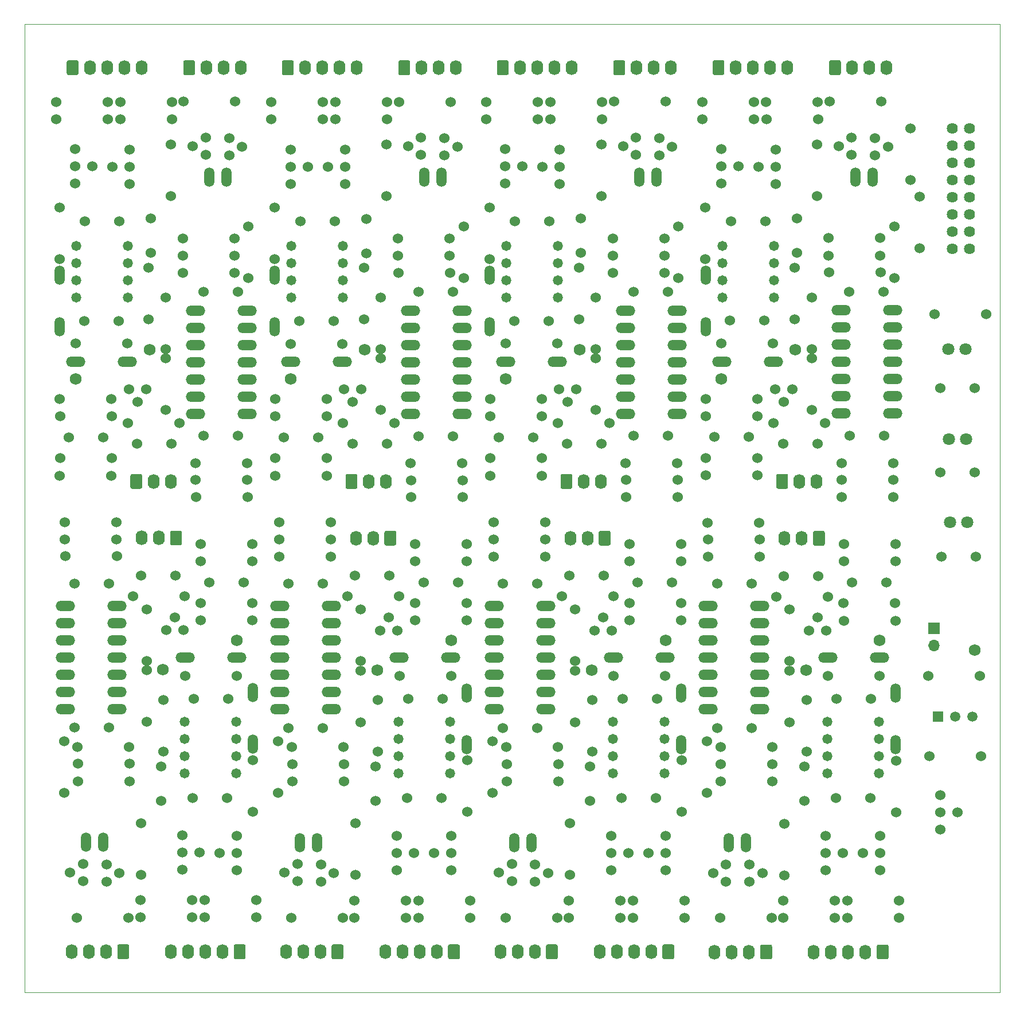
<source format=gbr>
%TF.GenerationSoftware,KiCad,Pcbnew,5.1.8-db9833491~88~ubuntu16.04.1*%
%TF.CreationDate,2021-01-16T20:59:40+01:00*%
%TF.ProjectId,vco,76636f2e-6b69-4636-9164-5f7063625858,rev?*%
%TF.SameCoordinates,Original*%
%TF.FileFunction,Soldermask,Bot*%
%TF.FilePolarity,Negative*%
%FSLAX46Y46*%
G04 Gerber Fmt 4.6, Leading zero omitted, Abs format (unit mm)*
G04 Created by KiCad (PCBNEW 5.1.8-db9833491~88~ubuntu16.04.1) date 2021-01-16 20:59:40*
%MOMM*%
%LPD*%
G01*
G04 APERTURE LIST*
%TA.AperFunction,Profile*%
%ADD10C,0.050000*%
%TD*%
%ADD11C,1.727200*%
%ADD12C,1.524000*%
%ADD13R,1.500000X1.500000*%
%ADD14C,1.500000*%
%ADD15O,1.700000X1.700000*%
%ADD16R,1.700000X1.700000*%
%ADD17O,1.740000X2.190000*%
%ADD18O,1.524000X2.844800*%
%ADD19C,1.473200*%
%ADD20O,2.844800X1.524000*%
%ADD21C,1.803400*%
%ADD22C,1.625600*%
G04 APERTURE END LIST*
D10*
X163000000Y-187000000D02*
X19000000Y-187000000D01*
X163000000Y-44000000D02*
X163000000Y-187000000D01*
X19000000Y-44000000D02*
X163000000Y-44000000D01*
X19000000Y-187000000D02*
X19000000Y-44000000D01*
D11*
%TO.C,TP*%
X159300000Y-136400000D03*
%TD*%
D12*
%TO.C,SCALE1*%
X34533300Y-65024400D03*
X31993300Y-65024400D03*
X34533300Y-62484400D03*
X34533300Y-67564400D03*
%TD*%
%TO.C,OFFSET1*%
X26493300Y-64994400D03*
X29033300Y-64994400D03*
X26493300Y-67534400D03*
X26493300Y-62454400D03*
%TD*%
%TO.C,TRIM_5V1*%
X154230000Y-160400000D03*
X156770000Y-160400000D03*
X154230000Y-162940000D03*
X154230000Y-157860000D03*
%TD*%
D13*
%TO.C,U1*%
X153900000Y-146200000D03*
D14*
X158980000Y-146200000D03*
X156440000Y-146200000D03*
%TD*%
D15*
%TO.C,5V_ALT*%
X153300000Y-135740000D03*
D16*
X153300000Y-133200000D03*
%TD*%
D12*
%TO.C,R197*%
X152590000Y-152100000D03*
X160210000Y-152100000D03*
%TD*%
%TO.C,R196*%
X160110000Y-140200000D03*
X152490000Y-140200000D03*
%TD*%
%TO.C,C16*%
X77220705Y-104796299D03*
X82300705Y-104796299D03*
%TD*%
D17*
%TO.C,PW_IN1*%
X50920000Y-50400000D03*
X48380000Y-50400000D03*
X45840000Y-50400000D03*
G36*
G01*
X42430000Y-51245001D02*
X42430000Y-49554999D01*
G75*
G02*
X42679999Y-49305000I249999J0D01*
G01*
X43920001Y-49305000D01*
G75*
G02*
X44170000Y-49554999I0J-249999D01*
G01*
X44170000Y-51245001D01*
G75*
G02*
X43920001Y-51495000I-249999J0D01*
G01*
X42679999Y-51495000D01*
G75*
G02*
X42430000Y-51245001I0J249999D01*
G01*
G37*
%TD*%
%TO.C,PW_IN8*%
X120888099Y-180997400D03*
X123428099Y-180997400D03*
X125968099Y-180997400D03*
G36*
G01*
X129378099Y-180152399D02*
X129378099Y-181842401D01*
G75*
G02*
X129128100Y-182092400I-249999J0D01*
G01*
X127888098Y-182092400D01*
G75*
G02*
X127638099Y-181842401I0J249999D01*
G01*
X127638099Y-180152399D01*
G75*
G02*
X127888098Y-179902400I249999J0D01*
G01*
X129128100Y-179902400D01*
G75*
G02*
X129378099Y-180152399I0J-249999D01*
G01*
G37*
%TD*%
%TO.C,PW_IN7*%
X89248099Y-180977400D03*
X91788099Y-180977400D03*
X94328099Y-180977400D03*
G36*
G01*
X97738099Y-180132399D02*
X97738099Y-181822401D01*
G75*
G02*
X97488100Y-182072400I-249999J0D01*
G01*
X96248098Y-182072400D01*
G75*
G02*
X95998099Y-181822401I0J249999D01*
G01*
X95998099Y-180132399D01*
G75*
G02*
X96248098Y-179882400I249999J0D01*
G01*
X97488100Y-179882400D01*
G75*
G02*
X97738099Y-180132399I0J-249999D01*
G01*
G37*
%TD*%
%TO.C,PW_IN6*%
X57588099Y-180977400D03*
X60128099Y-180977400D03*
X62668099Y-180977400D03*
G36*
G01*
X66078099Y-180132399D02*
X66078099Y-181822401D01*
G75*
G02*
X65828100Y-182072400I-249999J0D01*
G01*
X64588098Y-182072400D01*
G75*
G02*
X64338099Y-181822401I0J249999D01*
G01*
X64338099Y-180132399D01*
G75*
G02*
X64588098Y-179882400I249999J0D01*
G01*
X65828100Y-179882400D01*
G75*
G02*
X66078099Y-180132399I0J-249999D01*
G01*
G37*
%TD*%
%TO.C,PW_IN5*%
X25948099Y-180957400D03*
X28488099Y-180957400D03*
X31028099Y-180957400D03*
G36*
G01*
X34438099Y-180112399D02*
X34438099Y-181802401D01*
G75*
G02*
X34188100Y-182052400I-249999J0D01*
G01*
X32948098Y-182052400D01*
G75*
G02*
X32698099Y-181802401I0J249999D01*
G01*
X32698099Y-180112399D01*
G75*
G02*
X32948098Y-179862400I249999J0D01*
G01*
X34188100Y-179862400D01*
G75*
G02*
X34438099Y-180112399I0J-249999D01*
G01*
G37*
%TD*%
%TO.C,PW_IN3*%
X146296465Y-50387770D03*
X143756465Y-50387770D03*
X141216465Y-50387770D03*
G36*
G01*
X137806465Y-51232771D02*
X137806465Y-49542769D01*
G75*
G02*
X138056464Y-49292770I249999J0D01*
G01*
X139296466Y-49292770D01*
G75*
G02*
X139546465Y-49542769I0J-249999D01*
G01*
X139546465Y-51232771D01*
G75*
G02*
X139296466Y-51482770I-249999J0D01*
G01*
X138056464Y-51482770D01*
G75*
G02*
X137806465Y-51232771I0J249999D01*
G01*
G37*
%TD*%
%TO.C,PW_IN4*%
X114431070Y-50401077D03*
X111891070Y-50401077D03*
X109351070Y-50401077D03*
G36*
G01*
X105941070Y-51246078D02*
X105941070Y-49556076D01*
G75*
G02*
X106191069Y-49306077I249999J0D01*
G01*
X107431071Y-49306077D01*
G75*
G02*
X107681070Y-49556076I0J-249999D01*
G01*
X107681070Y-51246078D01*
G75*
G02*
X107431071Y-51496077I-249999J0D01*
G01*
X106191069Y-51496077D01*
G75*
G02*
X105941070Y-51246078I0J249999D01*
G01*
G37*
%TD*%
%TO.C,PW_IN2*%
X82697405Y-50411899D03*
X80157405Y-50411899D03*
X77617405Y-50411899D03*
G36*
G01*
X74207405Y-51256900D02*
X74207405Y-49566898D01*
G75*
G02*
X74457404Y-49316899I249999J0D01*
G01*
X75697406Y-49316899D01*
G75*
G02*
X75947405Y-49566898I0J-249999D01*
G01*
X75947405Y-51256900D01*
G75*
G02*
X75697406Y-51506899I-249999J0D01*
G01*
X74457404Y-51506899D01*
G75*
G02*
X74207405Y-51256900I0J249999D01*
G01*
G37*
%TD*%
%TO.C,CV_IN1*%
X36260000Y-50400000D03*
X33720000Y-50400000D03*
X31180000Y-50400000D03*
X28640000Y-50400000D03*
G36*
G01*
X25230000Y-51245001D02*
X25230000Y-49554999D01*
G75*
G02*
X25479999Y-49305000I249999J0D01*
G01*
X26720001Y-49305000D01*
G75*
G02*
X26970000Y-49554999I0J-249999D01*
G01*
X26970000Y-51245001D01*
G75*
G02*
X26720001Y-51495000I-249999J0D01*
G01*
X25479999Y-51495000D01*
G75*
G02*
X25230000Y-51245001I0J249999D01*
G01*
G37*
%TD*%
%TO.C,CV_IN8*%
X135548099Y-180997400D03*
X138088099Y-180997400D03*
X140628099Y-180997400D03*
X143168099Y-180997400D03*
G36*
G01*
X146578099Y-180152399D02*
X146578099Y-181842401D01*
G75*
G02*
X146328100Y-182092400I-249999J0D01*
G01*
X145088098Y-182092400D01*
G75*
G02*
X144838099Y-181842401I0J249999D01*
G01*
X144838099Y-180152399D01*
G75*
G02*
X145088098Y-179902400I249999J0D01*
G01*
X146328100Y-179902400D01*
G75*
G02*
X146578099Y-180152399I0J-249999D01*
G01*
G37*
%TD*%
%TO.C,CV_IN7*%
X103908099Y-180977400D03*
X106448099Y-180977400D03*
X108988099Y-180977400D03*
X111528099Y-180977400D03*
G36*
G01*
X114938099Y-180132399D02*
X114938099Y-181822401D01*
G75*
G02*
X114688100Y-182072400I-249999J0D01*
G01*
X113448098Y-182072400D01*
G75*
G02*
X113198099Y-181822401I0J249999D01*
G01*
X113198099Y-180132399D01*
G75*
G02*
X113448098Y-179882400I249999J0D01*
G01*
X114688100Y-179882400D01*
G75*
G02*
X114938099Y-180132399I0J-249999D01*
G01*
G37*
%TD*%
%TO.C,CV_IN6*%
X72248099Y-180977400D03*
X74788099Y-180977400D03*
X77328099Y-180977400D03*
X79868099Y-180977400D03*
G36*
G01*
X83278099Y-180132399D02*
X83278099Y-181822401D01*
G75*
G02*
X83028100Y-182072400I-249999J0D01*
G01*
X81788098Y-182072400D01*
G75*
G02*
X81538099Y-181822401I0J249999D01*
G01*
X81538099Y-180132399D01*
G75*
G02*
X81788098Y-179882400I249999J0D01*
G01*
X83028100Y-179882400D01*
G75*
G02*
X83278099Y-180132399I0J-249999D01*
G01*
G37*
%TD*%
%TO.C,CV_IN5*%
X40608099Y-180957400D03*
X43148099Y-180957400D03*
X45688099Y-180957400D03*
X48228099Y-180957400D03*
G36*
G01*
X51638099Y-180112399D02*
X51638099Y-181802401D01*
G75*
G02*
X51388100Y-182052400I-249999J0D01*
G01*
X50148098Y-182052400D01*
G75*
G02*
X49898099Y-181802401I0J249999D01*
G01*
X49898099Y-180112399D01*
G75*
G02*
X50148098Y-179862400I249999J0D01*
G01*
X51388100Y-179862400D01*
G75*
G02*
X51638099Y-180112399I0J-249999D01*
G01*
G37*
%TD*%
%TO.C,CV_IN4*%
X131636465Y-50387770D03*
X129096465Y-50387770D03*
X126556465Y-50387770D03*
X124016465Y-50387770D03*
G36*
G01*
X120606465Y-51232771D02*
X120606465Y-49542769D01*
G75*
G02*
X120856464Y-49292770I249999J0D01*
G01*
X122096466Y-49292770D01*
G75*
G02*
X122346465Y-49542769I0J-249999D01*
G01*
X122346465Y-51232771D01*
G75*
G02*
X122096466Y-51482770I-249999J0D01*
G01*
X120856464Y-51482770D01*
G75*
G02*
X120606465Y-51232771I0J249999D01*
G01*
G37*
%TD*%
%TO.C,CV_IN3*%
X99771070Y-50401077D03*
X97231070Y-50401077D03*
X94691070Y-50401077D03*
X92151070Y-50401077D03*
G36*
G01*
X88741070Y-51246078D02*
X88741070Y-49556076D01*
G75*
G02*
X88991069Y-49306077I249999J0D01*
G01*
X90231071Y-49306077D01*
G75*
G02*
X90481070Y-49556076I0J-249999D01*
G01*
X90481070Y-51246078D01*
G75*
G02*
X90231071Y-51496077I-249999J0D01*
G01*
X88991069Y-51496077D01*
G75*
G02*
X88741070Y-51246078I0J249999D01*
G01*
G37*
%TD*%
%TO.C,CV_IN2*%
X68037405Y-50411899D03*
X65497405Y-50411899D03*
X62957405Y-50411899D03*
X60417405Y-50411899D03*
G36*
G01*
X57007405Y-51256900D02*
X57007405Y-49566898D01*
G75*
G02*
X57257404Y-49316899I249999J0D01*
G01*
X58497406Y-49316899D01*
G75*
G02*
X58747405Y-49566898I0J-249999D01*
G01*
X58747405Y-51256900D01*
G75*
G02*
X58497406Y-51506899I-249999J0D01*
G01*
X57257404Y-51506899D01*
G75*
G02*
X57007405Y-51256900I0J249999D01*
G01*
G37*
%TD*%
D12*
%TO.C,C22*%
X114019970Y-83485877D03*
X108939970Y-83485877D03*
%TD*%
%TO.C,C21*%
X96384370Y-87785477D03*
X91304370Y-87785477D03*
%TD*%
D17*
%TO.C,OUT1*%
X40580000Y-111500000D03*
X38040000Y-111500000D03*
G36*
G01*
X34630000Y-112345001D02*
X34630000Y-110654999D01*
G75*
G02*
X34879999Y-110405000I249999J0D01*
G01*
X36120001Y-110405000D01*
G75*
G02*
X36370000Y-110654999I0J-249999D01*
G01*
X36370000Y-112345001D01*
G75*
G02*
X36120001Y-112595000I-249999J0D01*
G01*
X34879999Y-112595000D01*
G75*
G02*
X34630000Y-112345001I0J249999D01*
G01*
G37*
%TD*%
%TO.C,OUT8*%
X131228099Y-119897400D03*
X133768099Y-119897400D03*
G36*
G01*
X137178099Y-119052399D02*
X137178099Y-120742401D01*
G75*
G02*
X136928100Y-120992400I-249999J0D01*
G01*
X135688098Y-120992400D01*
G75*
G02*
X135438099Y-120742401I0J249999D01*
G01*
X135438099Y-119052399D01*
G75*
G02*
X135688098Y-118802400I249999J0D01*
G01*
X136928100Y-118802400D01*
G75*
G02*
X137178099Y-119052399I0J-249999D01*
G01*
G37*
%TD*%
%TO.C,OUT7*%
X99588099Y-119877400D03*
X102128099Y-119877400D03*
G36*
G01*
X105538099Y-119032399D02*
X105538099Y-120722401D01*
G75*
G02*
X105288100Y-120972400I-249999J0D01*
G01*
X104048098Y-120972400D01*
G75*
G02*
X103798099Y-120722401I0J249999D01*
G01*
X103798099Y-119032399D01*
G75*
G02*
X104048098Y-118782400I249999J0D01*
G01*
X105288100Y-118782400D01*
G75*
G02*
X105538099Y-119032399I0J-249999D01*
G01*
G37*
%TD*%
%TO.C,OUT6*%
X67928099Y-119877400D03*
X70468099Y-119877400D03*
G36*
G01*
X73878099Y-119032399D02*
X73878099Y-120722401D01*
G75*
G02*
X73628100Y-120972400I-249999J0D01*
G01*
X72388098Y-120972400D01*
G75*
G02*
X72138099Y-120722401I0J249999D01*
G01*
X72138099Y-119032399D01*
G75*
G02*
X72388098Y-118782400I249999J0D01*
G01*
X73628100Y-118782400D01*
G75*
G02*
X73878099Y-119032399I0J-249999D01*
G01*
G37*
%TD*%
%TO.C,OUT5*%
X36288099Y-119857400D03*
X38828099Y-119857400D03*
G36*
G01*
X42238099Y-119012399D02*
X42238099Y-120702401D01*
G75*
G02*
X41988100Y-120952400I-249999J0D01*
G01*
X40748098Y-120952400D01*
G75*
G02*
X40498099Y-120702401I0J249999D01*
G01*
X40498099Y-119012399D01*
G75*
G02*
X40748098Y-118762400I249999J0D01*
G01*
X41988100Y-118762400D01*
G75*
G02*
X42238099Y-119012399I0J-249999D01*
G01*
G37*
%TD*%
%TO.C,OUT4*%
X135956465Y-111487770D03*
X133416465Y-111487770D03*
G36*
G01*
X130006465Y-112332771D02*
X130006465Y-110642769D01*
G75*
G02*
X130256464Y-110392770I249999J0D01*
G01*
X131496466Y-110392770D01*
G75*
G02*
X131746465Y-110642769I0J-249999D01*
G01*
X131746465Y-112332771D01*
G75*
G02*
X131496466Y-112582770I-249999J0D01*
G01*
X130256464Y-112582770D01*
G75*
G02*
X130006465Y-112332771I0J249999D01*
G01*
G37*
%TD*%
%TO.C,OUT3*%
X104091070Y-111501077D03*
X101551070Y-111501077D03*
G36*
G01*
X98141070Y-112346078D02*
X98141070Y-110656076D01*
G75*
G02*
X98391069Y-110406077I249999J0D01*
G01*
X99631071Y-110406077D01*
G75*
G02*
X99881070Y-110656076I0J-249999D01*
G01*
X99881070Y-112346078D01*
G75*
G02*
X99631071Y-112596077I-249999J0D01*
G01*
X98391069Y-112596077D01*
G75*
G02*
X98141070Y-112346078I0J249999D01*
G01*
G37*
%TD*%
%TO.C,OUT2*%
X72357405Y-111511899D03*
X69817405Y-111511899D03*
G36*
G01*
X66407405Y-112356900D02*
X66407405Y-110666898D01*
G75*
G02*
X66657404Y-110416899I249999J0D01*
G01*
X67897406Y-110416899D01*
G75*
G02*
X68147405Y-110666898I0J-249999D01*
G01*
X68147405Y-112356900D01*
G75*
G02*
X67897406Y-112606899I-249999J0D01*
G01*
X66657404Y-112606899D01*
G75*
G02*
X66407405Y-112356900I0J249999D01*
G01*
G37*
%TD*%
D12*
%TO.C,R50*%
X55987905Y-110648699D03*
X63607905Y-110648699D03*
%TD*%
%TO.C,R36*%
X74144705Y-78153099D03*
X81764705Y-78153099D03*
%TD*%
D18*
%TO.C,R33*%
X78059505Y-66567899D03*
X80599505Y-66567899D03*
%TD*%
D12*
%TO.C,T16*%
X122585999Y-170581400D03*
X120680999Y-169311400D03*
X122585999Y-168041400D03*
%TD*%
%TO.C,T15*%
X126045999Y-168121400D03*
X127950999Y-169391400D03*
X126045999Y-170661400D03*
%TD*%
%TO.C,T14*%
X90945999Y-170561400D03*
X89040999Y-169291400D03*
X90945999Y-168021400D03*
%TD*%
%TO.C,T13*%
X94405999Y-168101400D03*
X96310999Y-169371400D03*
X94405999Y-170641400D03*
%TD*%
%TO.C,T12*%
X59285999Y-170561400D03*
X57380999Y-169291400D03*
X59285999Y-168021400D03*
%TD*%
%TO.C,T11*%
X62745999Y-168101400D03*
X64650999Y-169371400D03*
X62745999Y-170641400D03*
%TD*%
%TO.C,T10*%
X27645999Y-170541400D03*
X25740999Y-169271400D03*
X27645999Y-168001400D03*
%TD*%
%TO.C,T9*%
X31105999Y-168081400D03*
X33010999Y-169351400D03*
X31105999Y-170621400D03*
%TD*%
%TO.C,T8*%
X144598565Y-60803770D03*
X146503565Y-62073770D03*
X144598565Y-63343770D03*
%TD*%
%TO.C,T7*%
X141138565Y-63263770D03*
X139233565Y-61993770D03*
X141138565Y-60723770D03*
%TD*%
%TO.C,T6*%
X112733170Y-60817077D03*
X114638170Y-62087077D03*
X112733170Y-63357077D03*
%TD*%
%TO.C,T5*%
X109273170Y-63277077D03*
X107368170Y-62007077D03*
X109273170Y-60737077D03*
%TD*%
D11*
%TO.C,SYNC_MOD8*%
X145276799Y-135009400D03*
%TD*%
%TO.C,SYNC_MOD7*%
X113636799Y-134989400D03*
%TD*%
%TO.C,SYNC_MOD6*%
X81976799Y-134989400D03*
%TD*%
%TO.C,SYNC_MOD5*%
X50336799Y-134969400D03*
%TD*%
%TO.C,SYNC_MOD4*%
X121907765Y-96375770D03*
%TD*%
%TO.C,SYNC_MOD3*%
X90042370Y-96389077D03*
%TD*%
D12*
%TO.C,SCALE8*%
X137274799Y-166373000D03*
X139814799Y-166373000D03*
X137274799Y-168913000D03*
X137274799Y-163833000D03*
%TD*%
%TO.C,SCALE7*%
X105634799Y-166353000D03*
X108174799Y-166353000D03*
X105634799Y-168893000D03*
X105634799Y-163813000D03*
%TD*%
%TO.C,SCALE6*%
X73974799Y-166353000D03*
X76514799Y-166353000D03*
X73974799Y-168893000D03*
X73974799Y-163813000D03*
%TD*%
%TO.C,SCALE5*%
X42334799Y-166333000D03*
X44874799Y-166333000D03*
X42334799Y-168873000D03*
X42334799Y-163793000D03*
%TD*%
%TO.C,SCALE4*%
X129909765Y-65012170D03*
X127369765Y-65012170D03*
X129909765Y-62472170D03*
X129909765Y-67552170D03*
%TD*%
%TO.C,SCALE3*%
X98044370Y-65025477D03*
X95504370Y-65025477D03*
X98044370Y-62485477D03*
X98044370Y-67565477D03*
%TD*%
D11*
%TO.C,SAW_0-10V8*%
X134373679Y-139359240D03*
%TD*%
%TO.C,SAW_0-10V7*%
X102733679Y-139339240D03*
%TD*%
%TO.C,SAW_0-10V6*%
X71073679Y-139339240D03*
%TD*%
%TO.C,SAW_0-10V5*%
X39433679Y-139319240D03*
%TD*%
%TO.C,SAW_0-10V4*%
X132810885Y-92025930D03*
%TD*%
%TO.C,SAW_0-10V3*%
X100945490Y-92039237D03*
%TD*%
D12*
%TO.C,R195*%
X119891998Y-117577000D03*
X127511998Y-117577000D03*
%TD*%
%TO.C,R194*%
X147597599Y-120760600D03*
X139977599Y-120760600D03*
%TD*%
%TO.C,R193*%
X147585199Y-123325400D03*
X139965199Y-123325400D03*
%TD*%
%TO.C,R192*%
X127523598Y-120087400D03*
X119903598Y-120087400D03*
%TD*%
%TO.C,R191*%
X147571199Y-129509400D03*
X139951199Y-129509400D03*
%TD*%
%TO.C,R190*%
X139971199Y-132057000D03*
X147591199Y-132057000D03*
%TD*%
%TO.C,R189*%
X119934798Y-122607000D03*
X127554798Y-122607000D03*
%TD*%
%TO.C,R188*%
X134464799Y-151443000D03*
X134464799Y-143823000D03*
%TD*%
%TO.C,R187*%
X129971999Y-128505000D03*
X137591999Y-128505000D03*
%TD*%
%TO.C,R186*%
X145264799Y-140243000D03*
X137644799Y-140243000D03*
%TD*%
%TO.C,R185*%
X129402799Y-150723800D03*
X121782799Y-150723800D03*
%TD*%
%TO.C,R184*%
X131024399Y-173395400D03*
X138644399Y-173395400D03*
%TD*%
%TO.C,R183*%
X129303199Y-175972200D03*
X121683199Y-175972200D03*
%TD*%
%TO.C,R182*%
X147664799Y-160343000D03*
X147664799Y-152723000D03*
%TD*%
%TO.C,R181*%
X119754799Y-149912600D03*
X119754799Y-157532600D03*
%TD*%
%TO.C,R180*%
X129440799Y-153256200D03*
X121820799Y-153256200D03*
%TD*%
%TO.C,R179*%
X131164799Y-162043000D03*
X131164799Y-169663000D03*
%TD*%
%TO.C,R178*%
X121840799Y-155805400D03*
X129460799Y-155805400D03*
%TD*%
D18*
%TO.C,R177*%
X125525999Y-164841400D03*
X122985999Y-164841400D03*
%TD*%
D12*
%TO.C,R176*%
X131964799Y-139443000D03*
X131964799Y-147063000D03*
%TD*%
%TO.C,R175*%
X140508799Y-173393800D03*
X148128799Y-173393800D03*
%TD*%
%TO.C,R174*%
X131964799Y-130443000D03*
X131964799Y-138063000D03*
%TD*%
%TO.C,R173*%
X148128799Y-175944600D03*
X140508799Y-175944600D03*
%TD*%
%TO.C,R172*%
X131035199Y-175944600D03*
X138655199Y-175944600D03*
%TD*%
%TO.C,R171*%
X88251998Y-117557000D03*
X95871998Y-117557000D03*
%TD*%
%TO.C,R170*%
X115957599Y-120740600D03*
X108337599Y-120740600D03*
%TD*%
%TO.C,R169*%
X115945199Y-123305400D03*
X108325199Y-123305400D03*
%TD*%
%TO.C,R168*%
X95883598Y-120067400D03*
X88263598Y-120067400D03*
%TD*%
%TO.C,R167*%
X115931199Y-129489400D03*
X108311199Y-129489400D03*
%TD*%
%TO.C,R166*%
X108331199Y-132037000D03*
X115951199Y-132037000D03*
%TD*%
%TO.C,R165*%
X88294798Y-122587000D03*
X95914798Y-122587000D03*
%TD*%
%TO.C,R164*%
X102824799Y-151423000D03*
X102824799Y-143803000D03*
%TD*%
%TO.C,R163*%
X98331999Y-128485000D03*
X105951999Y-128485000D03*
%TD*%
%TO.C,R162*%
X113624799Y-140223000D03*
X106004799Y-140223000D03*
%TD*%
%TO.C,R161*%
X97762799Y-150703800D03*
X90142799Y-150703800D03*
%TD*%
%TO.C,R160*%
X99384399Y-173375400D03*
X107004399Y-173375400D03*
%TD*%
%TO.C,R159*%
X97663199Y-175952200D03*
X90043199Y-175952200D03*
%TD*%
%TO.C,R158*%
X116024799Y-160323000D03*
X116024799Y-152703000D03*
%TD*%
%TO.C,R157*%
X88114799Y-149892600D03*
X88114799Y-157512600D03*
%TD*%
%TO.C,R156*%
X97800799Y-153236200D03*
X90180799Y-153236200D03*
%TD*%
%TO.C,R155*%
X99524799Y-162023000D03*
X99524799Y-169643000D03*
%TD*%
%TO.C,R154*%
X90200799Y-155785400D03*
X97820799Y-155785400D03*
%TD*%
D18*
%TO.C,R153*%
X93885999Y-164821400D03*
X91345999Y-164821400D03*
%TD*%
D12*
%TO.C,R152*%
X100324799Y-139423000D03*
X100324799Y-147043000D03*
%TD*%
%TO.C,R151*%
X108868799Y-173373800D03*
X116488799Y-173373800D03*
%TD*%
%TO.C,R150*%
X100324799Y-130423000D03*
X100324799Y-138043000D03*
%TD*%
%TO.C,R149*%
X116488799Y-175924600D03*
X108868799Y-175924600D03*
%TD*%
%TO.C,R148*%
X99395199Y-175924600D03*
X107015199Y-175924600D03*
%TD*%
%TO.C,R147*%
X56591998Y-117557000D03*
X64211998Y-117557000D03*
%TD*%
%TO.C,R146*%
X84297599Y-120740600D03*
X76677599Y-120740600D03*
%TD*%
%TO.C,R145*%
X84285199Y-123305400D03*
X76665199Y-123305400D03*
%TD*%
%TO.C,R144*%
X64223598Y-120067400D03*
X56603598Y-120067400D03*
%TD*%
%TO.C,R143*%
X84271199Y-129489400D03*
X76651199Y-129489400D03*
%TD*%
%TO.C,R142*%
X76671199Y-132037000D03*
X84291199Y-132037000D03*
%TD*%
%TO.C,R141*%
X56634798Y-122587000D03*
X64254798Y-122587000D03*
%TD*%
%TO.C,R140*%
X71164799Y-151423000D03*
X71164799Y-143803000D03*
%TD*%
%TO.C,R139*%
X66671999Y-128485000D03*
X74291999Y-128485000D03*
%TD*%
%TO.C,R138*%
X81964799Y-140223000D03*
X74344799Y-140223000D03*
%TD*%
%TO.C,R137*%
X66102799Y-150703800D03*
X58482799Y-150703800D03*
%TD*%
%TO.C,R136*%
X67724399Y-173375400D03*
X75344399Y-173375400D03*
%TD*%
%TO.C,R135*%
X66003199Y-175952200D03*
X58383199Y-175952200D03*
%TD*%
%TO.C,R134*%
X84364799Y-160323000D03*
X84364799Y-152703000D03*
%TD*%
%TO.C,R133*%
X56454799Y-149892600D03*
X56454799Y-157512600D03*
%TD*%
%TO.C,R132*%
X66140799Y-153236200D03*
X58520799Y-153236200D03*
%TD*%
%TO.C,R131*%
X67864799Y-162023000D03*
X67864799Y-169643000D03*
%TD*%
%TO.C,R130*%
X58540799Y-155785400D03*
X66160799Y-155785400D03*
%TD*%
D18*
%TO.C,R129*%
X62225999Y-164821400D03*
X59685999Y-164821400D03*
%TD*%
D12*
%TO.C,R128*%
X68664799Y-139423000D03*
X68664799Y-147043000D03*
%TD*%
%TO.C,R127*%
X77208799Y-173373800D03*
X84828799Y-173373800D03*
%TD*%
%TO.C,R126*%
X68664799Y-130423000D03*
X68664799Y-138043000D03*
%TD*%
%TO.C,R125*%
X84828799Y-175924600D03*
X77208799Y-175924600D03*
%TD*%
%TO.C,R124*%
X67735199Y-175924600D03*
X75355199Y-175924600D03*
%TD*%
%TO.C,R123*%
X24951998Y-117537000D03*
X32571998Y-117537000D03*
%TD*%
%TO.C,R122*%
X52657599Y-120720600D03*
X45037599Y-120720600D03*
%TD*%
%TO.C,R121*%
X52645199Y-123285400D03*
X45025199Y-123285400D03*
%TD*%
%TO.C,R120*%
X32583598Y-120047400D03*
X24963598Y-120047400D03*
%TD*%
%TO.C,R119*%
X52631199Y-129469400D03*
X45011199Y-129469400D03*
%TD*%
%TO.C,R118*%
X45031199Y-132017000D03*
X52651199Y-132017000D03*
%TD*%
%TO.C,R117*%
X24994798Y-122567000D03*
X32614798Y-122567000D03*
%TD*%
%TO.C,R116*%
X39524799Y-151403000D03*
X39524799Y-143783000D03*
%TD*%
%TO.C,R115*%
X35031999Y-128465000D03*
X42651999Y-128465000D03*
%TD*%
%TO.C,R114*%
X50324799Y-140203000D03*
X42704799Y-140203000D03*
%TD*%
%TO.C,R113*%
X34462799Y-150683800D03*
X26842799Y-150683800D03*
%TD*%
%TO.C,R112*%
X36084399Y-173355400D03*
X43704399Y-173355400D03*
%TD*%
%TO.C,R111*%
X34363199Y-175932200D03*
X26743199Y-175932200D03*
%TD*%
%TO.C,R110*%
X52724799Y-160303000D03*
X52724799Y-152683000D03*
%TD*%
%TO.C,R109*%
X24814799Y-149872600D03*
X24814799Y-157492600D03*
%TD*%
%TO.C,R108*%
X34500799Y-153216200D03*
X26880799Y-153216200D03*
%TD*%
%TO.C,R107*%
X36224799Y-162003000D03*
X36224799Y-169623000D03*
%TD*%
%TO.C,R106*%
X26900799Y-155765400D03*
X34520799Y-155765400D03*
%TD*%
D18*
%TO.C,R105*%
X30585999Y-164801400D03*
X28045999Y-164801400D03*
%TD*%
D12*
%TO.C,R104*%
X37024799Y-139403000D03*
X37024799Y-147023000D03*
%TD*%
%TO.C,R103*%
X45568799Y-173353800D03*
X53188799Y-173353800D03*
%TD*%
%TO.C,R102*%
X37024799Y-130403000D03*
X37024799Y-138023000D03*
%TD*%
%TO.C,R101*%
X53188799Y-175904600D03*
X45568799Y-175904600D03*
%TD*%
%TO.C,R100*%
X36095199Y-175904600D03*
X43715199Y-175904600D03*
%TD*%
%TO.C,R99*%
X147292565Y-113808170D03*
X139672565Y-113808170D03*
%TD*%
%TO.C,R98*%
X119586965Y-110624570D03*
X127206965Y-110624570D03*
%TD*%
%TO.C,R97*%
X119599365Y-108059770D03*
X127219365Y-108059770D03*
%TD*%
%TO.C,R96*%
X139660965Y-111297770D03*
X147280965Y-111297770D03*
%TD*%
%TO.C,R95*%
X119613365Y-101875770D03*
X127233365Y-101875770D03*
%TD*%
%TO.C,R94*%
X127213365Y-99328170D03*
X119593365Y-99328170D03*
%TD*%
%TO.C,R93*%
X147249765Y-108778170D03*
X139629765Y-108778170D03*
%TD*%
%TO.C,R92*%
X132719765Y-79942170D03*
X132719765Y-87562170D03*
%TD*%
%TO.C,R91*%
X137212565Y-102880170D03*
X129592565Y-102880170D03*
%TD*%
%TO.C,R90*%
X121919765Y-91142170D03*
X129539765Y-91142170D03*
%TD*%
%TO.C,R89*%
X137781765Y-80661370D03*
X145401765Y-80661370D03*
%TD*%
%TO.C,R88*%
X136160165Y-57989770D03*
X128540165Y-57989770D03*
%TD*%
%TO.C,R87*%
X137881365Y-55412970D03*
X145501365Y-55412970D03*
%TD*%
%TO.C,R86*%
X119519765Y-71042170D03*
X119519765Y-78662170D03*
%TD*%
%TO.C,R85*%
X147429765Y-81472570D03*
X147429765Y-73852570D03*
%TD*%
%TO.C,R84*%
X137743765Y-78128970D03*
X145363765Y-78128970D03*
%TD*%
%TO.C,R83*%
X136019765Y-69342170D03*
X136019765Y-61722170D03*
%TD*%
%TO.C,R82*%
X145343765Y-75579770D03*
X137723765Y-75579770D03*
%TD*%
D18*
%TO.C,R81*%
X141658565Y-66543770D03*
X144198565Y-66543770D03*
%TD*%
D12*
%TO.C,R80*%
X135219765Y-91942170D03*
X135219765Y-84322170D03*
%TD*%
%TO.C,R79*%
X126675765Y-57991370D03*
X119055765Y-57991370D03*
%TD*%
%TO.C,R78*%
X135219765Y-100942170D03*
X135219765Y-93322170D03*
%TD*%
%TO.C,R77*%
X119055765Y-55440570D03*
X126675765Y-55440570D03*
%TD*%
%TO.C,R76*%
X136149365Y-55440570D03*
X128529365Y-55440570D03*
%TD*%
%TO.C,R75*%
X115427170Y-113821477D03*
X107807170Y-113821477D03*
%TD*%
%TO.C,R74*%
X87721570Y-110637877D03*
X95341570Y-110637877D03*
%TD*%
%TO.C,R73*%
X87733970Y-108073077D03*
X95353970Y-108073077D03*
%TD*%
%TO.C,R72*%
X107795570Y-111311077D03*
X115415570Y-111311077D03*
%TD*%
%TO.C,R71*%
X87747970Y-101889077D03*
X95367970Y-101889077D03*
%TD*%
%TO.C,R70*%
X95347970Y-99341477D03*
X87727970Y-99341477D03*
%TD*%
%TO.C,R69*%
X115384370Y-108791477D03*
X107764370Y-108791477D03*
%TD*%
%TO.C,R68*%
X100854370Y-79955477D03*
X100854370Y-87575477D03*
%TD*%
%TO.C,R67*%
X105347170Y-102893477D03*
X97727170Y-102893477D03*
%TD*%
%TO.C,R66*%
X90054370Y-91155477D03*
X97674370Y-91155477D03*
%TD*%
%TO.C,R65*%
X105916370Y-80674677D03*
X113536370Y-80674677D03*
%TD*%
%TO.C,R64*%
X104294770Y-58003077D03*
X96674770Y-58003077D03*
%TD*%
%TO.C,R63*%
X106015970Y-55426277D03*
X113635970Y-55426277D03*
%TD*%
%TO.C,R62*%
X87654370Y-71055477D03*
X87654370Y-78675477D03*
%TD*%
%TO.C,R61*%
X115564370Y-81485877D03*
X115564370Y-73865877D03*
%TD*%
%TO.C,R60*%
X105878370Y-78142277D03*
X113498370Y-78142277D03*
%TD*%
%TO.C,R59*%
X104154370Y-69355477D03*
X104154370Y-61735477D03*
%TD*%
%TO.C,R58*%
X113478370Y-75593077D03*
X105858370Y-75593077D03*
%TD*%
D18*
%TO.C,R57*%
X109793170Y-66557077D03*
X112333170Y-66557077D03*
%TD*%
D12*
%TO.C,R56*%
X103354370Y-91955477D03*
X103354370Y-84335477D03*
%TD*%
%TO.C,R55*%
X94810370Y-58004677D03*
X87190370Y-58004677D03*
%TD*%
%TO.C,R32*%
X71620705Y-91966299D03*
X71620705Y-84346299D03*
%TD*%
%TO.C,R31*%
X63076705Y-58015499D03*
X55456705Y-58015499D03*
%TD*%
%TO.C,R30*%
X71620705Y-100966299D03*
X71620705Y-93346299D03*
%TD*%
%TO.C,Q16*%
X137374799Y-133523000D03*
X136104799Y-131618000D03*
X134834799Y-133523000D03*
%TD*%
%TO.C,Q14*%
X105734799Y-133503000D03*
X104464799Y-131598000D03*
X103194799Y-133503000D03*
%TD*%
%TO.C,Q12*%
X74074799Y-133503000D03*
X72804799Y-131598000D03*
X71534799Y-133503000D03*
%TD*%
%TO.C,Q10*%
X42434799Y-133483000D03*
X41164799Y-131578000D03*
X39894799Y-133483000D03*
%TD*%
%TO.C,Q8*%
X129809765Y-97862170D03*
X131079765Y-99767170D03*
X132349765Y-97862170D03*
%TD*%
%TO.C,Q6*%
X97944370Y-97875477D03*
X99214370Y-99780477D03*
X100484370Y-97875477D03*
%TD*%
%TO.C,OFFSET8*%
X145314799Y-166403000D03*
X142774799Y-166403000D03*
X145314799Y-163863000D03*
X145314799Y-168943000D03*
%TD*%
%TO.C,OFFSET7*%
X113674799Y-166383000D03*
X111134799Y-166383000D03*
X113674799Y-163843000D03*
X113674799Y-168923000D03*
%TD*%
%TO.C,OFFSET6*%
X82014799Y-166383000D03*
X79474799Y-166383000D03*
X82014799Y-163843000D03*
X82014799Y-168923000D03*
%TD*%
%TO.C,OFFSET5*%
X50374799Y-166363000D03*
X47834799Y-166363000D03*
X50374799Y-163823000D03*
X50374799Y-168903000D03*
%TD*%
%TO.C,OFFSET4*%
X121869765Y-64982170D03*
X124409765Y-64982170D03*
X121869765Y-67522170D03*
X121869765Y-62442170D03*
%TD*%
%TO.C,OFFSET3*%
X90004370Y-64995477D03*
X92544370Y-64995477D03*
X90004370Y-67535477D03*
X90004370Y-62455477D03*
%TD*%
D19*
%TO.C,IC16*%
X137544799Y-147023000D03*
X137544799Y-149563000D03*
X145164799Y-147023000D03*
X145164799Y-149563000D03*
X137544799Y-154643000D03*
X137544799Y-152103000D03*
X145164799Y-152103000D03*
X145164799Y-154643000D03*
%TD*%
D20*
%TO.C,IC15*%
X119974799Y-145143000D03*
X119974799Y-142603000D03*
X119974799Y-140063000D03*
X119974799Y-137523000D03*
X119974799Y-134983000D03*
X119974799Y-132443000D03*
X127594799Y-134983000D03*
X127594799Y-132443000D03*
X127594799Y-137523000D03*
X127594799Y-140063000D03*
X119974799Y-129903000D03*
X127594799Y-129903000D03*
X127594799Y-142603000D03*
X127594799Y-145143000D03*
%TD*%
D19*
%TO.C,IC14*%
X105904799Y-147003000D03*
X105904799Y-149543000D03*
X113524799Y-147003000D03*
X113524799Y-149543000D03*
X105904799Y-154623000D03*
X105904799Y-152083000D03*
X113524799Y-152083000D03*
X113524799Y-154623000D03*
%TD*%
D20*
%TO.C,IC13*%
X88334799Y-145123000D03*
X88334799Y-142583000D03*
X88334799Y-140043000D03*
X88334799Y-137503000D03*
X88334799Y-134963000D03*
X88334799Y-132423000D03*
X95954799Y-134963000D03*
X95954799Y-132423000D03*
X95954799Y-137503000D03*
X95954799Y-140043000D03*
X88334799Y-129883000D03*
X95954799Y-129883000D03*
X95954799Y-142583000D03*
X95954799Y-145123000D03*
%TD*%
D19*
%TO.C,IC12*%
X74244799Y-147003000D03*
X74244799Y-149543000D03*
X81864799Y-147003000D03*
X81864799Y-149543000D03*
X74244799Y-154623000D03*
X74244799Y-152083000D03*
X81864799Y-152083000D03*
X81864799Y-154623000D03*
%TD*%
D20*
%TO.C,IC11*%
X56674799Y-145123000D03*
X56674799Y-142583000D03*
X56674799Y-140043000D03*
X56674799Y-137503000D03*
X56674799Y-134963000D03*
X56674799Y-132423000D03*
X64294799Y-134963000D03*
X64294799Y-132423000D03*
X64294799Y-137503000D03*
X64294799Y-140043000D03*
X56674799Y-129883000D03*
X64294799Y-129883000D03*
X64294799Y-142583000D03*
X64294799Y-145123000D03*
%TD*%
D19*
%TO.C,IC10*%
X42604799Y-146983000D03*
X42604799Y-149523000D03*
X50224799Y-146983000D03*
X50224799Y-149523000D03*
X42604799Y-154603000D03*
X42604799Y-152063000D03*
X50224799Y-152063000D03*
X50224799Y-154603000D03*
%TD*%
D20*
%TO.C,IC9*%
X25034799Y-145103000D03*
X25034799Y-142563000D03*
X25034799Y-140023000D03*
X25034799Y-137483000D03*
X25034799Y-134943000D03*
X25034799Y-132403000D03*
X32654799Y-134943000D03*
X32654799Y-132403000D03*
X32654799Y-137483000D03*
X32654799Y-140023000D03*
X25034799Y-129863000D03*
X32654799Y-129863000D03*
X32654799Y-142563000D03*
X32654799Y-145103000D03*
%TD*%
D19*
%TO.C,IC8*%
X129639765Y-84362170D03*
X129639765Y-81822170D03*
X122019765Y-84362170D03*
X122019765Y-81822170D03*
X129639765Y-76742170D03*
X129639765Y-79282170D03*
X122019765Y-79282170D03*
X122019765Y-76742170D03*
%TD*%
D20*
%TO.C,IC7*%
X147209765Y-86242170D03*
X147209765Y-88782170D03*
X147209765Y-91322170D03*
X147209765Y-93862170D03*
X147209765Y-96402170D03*
X147209765Y-98942170D03*
X139589765Y-96402170D03*
X139589765Y-98942170D03*
X139589765Y-93862170D03*
X139589765Y-91322170D03*
X147209765Y-101482170D03*
X139589765Y-101482170D03*
X139589765Y-88782170D03*
X139589765Y-86242170D03*
%TD*%
D19*
%TO.C,IC6*%
X97774370Y-84375477D03*
X97774370Y-81835477D03*
X90154370Y-84375477D03*
X90154370Y-81835477D03*
X97774370Y-76755477D03*
X97774370Y-79295477D03*
X90154370Y-79295477D03*
X90154370Y-76755477D03*
%TD*%
D20*
%TO.C,IC5*%
X115344370Y-86255477D03*
X115344370Y-88795477D03*
X115344370Y-91335477D03*
X115344370Y-93875477D03*
X115344370Y-96415477D03*
X115344370Y-98955477D03*
X107724370Y-96415477D03*
X107724370Y-98955477D03*
X107724370Y-93875477D03*
X107724370Y-91335477D03*
X115344370Y-101495477D03*
X107724370Y-101495477D03*
X107724370Y-88795477D03*
X107724370Y-86255477D03*
%TD*%
%TO.C,D16*%
X145244799Y-137553000D03*
X137624799Y-137553000D03*
%TD*%
D18*
%TO.C,D15*%
X147624799Y-142743000D03*
X147624799Y-150363000D03*
%TD*%
D20*
%TO.C,D14*%
X113604799Y-137533000D03*
X105984799Y-137533000D03*
%TD*%
D18*
%TO.C,D13*%
X115984799Y-142723000D03*
X115984799Y-150343000D03*
%TD*%
D20*
%TO.C,D12*%
X81944799Y-137533000D03*
X74324799Y-137533000D03*
%TD*%
D18*
%TO.C,D11*%
X84324799Y-142723000D03*
X84324799Y-150343000D03*
%TD*%
D20*
%TO.C,D10*%
X50304799Y-137513000D03*
X42684799Y-137513000D03*
%TD*%
D18*
%TO.C,D9*%
X52684799Y-142703000D03*
X52684799Y-150323000D03*
%TD*%
D20*
%TO.C,D8*%
X121939765Y-93832170D03*
X129559765Y-93832170D03*
%TD*%
D18*
%TO.C,D7*%
X119559765Y-88642170D03*
X119559765Y-81022170D03*
%TD*%
D20*
%TO.C,D6*%
X90074370Y-93845477D03*
X97694370Y-93845477D03*
%TD*%
D18*
%TO.C,D5*%
X87694370Y-88655477D03*
X87694370Y-81035477D03*
%TD*%
D12*
%TO.C,C62*%
X141200399Y-126435000D03*
X146280399Y-126435000D03*
%TD*%
%TO.C,C61*%
X131103599Y-125459000D03*
X136183599Y-125459000D03*
%TD*%
%TO.C,C60*%
X134139199Y-153623800D03*
X134139199Y-158703800D03*
%TD*%
%TO.C,C59*%
X138794799Y-158283000D03*
X143874799Y-158283000D03*
%TD*%
%TO.C,C58*%
X126364798Y-126613000D03*
X121284798Y-126613000D03*
%TD*%
%TO.C,C57*%
X121299199Y-147912600D03*
X126379199Y-147912600D03*
%TD*%
%TO.C,C56*%
X138934799Y-143613000D03*
X144014799Y-143613000D03*
%TD*%
%TO.C,C55*%
X109560399Y-126415000D03*
X114640399Y-126415000D03*
%TD*%
%TO.C,C54*%
X99463599Y-125439000D03*
X104543599Y-125439000D03*
%TD*%
%TO.C,C53*%
X102499199Y-153603800D03*
X102499199Y-158683800D03*
%TD*%
%TO.C,C52*%
X107154799Y-158263000D03*
X112234799Y-158263000D03*
%TD*%
%TO.C,C51*%
X94724798Y-126593000D03*
X89644798Y-126593000D03*
%TD*%
%TO.C,C50*%
X89659199Y-147892600D03*
X94739199Y-147892600D03*
%TD*%
%TO.C,C49*%
X107294799Y-143593000D03*
X112374799Y-143593000D03*
%TD*%
%TO.C,C48*%
X77900399Y-126415000D03*
X82980399Y-126415000D03*
%TD*%
%TO.C,C47*%
X67803599Y-125439000D03*
X72883599Y-125439000D03*
%TD*%
%TO.C,C46*%
X70839199Y-153603800D03*
X70839199Y-158683800D03*
%TD*%
%TO.C,C45*%
X75494799Y-158263000D03*
X80574799Y-158263000D03*
%TD*%
%TO.C,C44*%
X63064798Y-126593000D03*
X57984798Y-126593000D03*
%TD*%
%TO.C,C43*%
X57999199Y-147892600D03*
X63079199Y-147892600D03*
%TD*%
%TO.C,C42*%
X75634799Y-143593000D03*
X80714799Y-143593000D03*
%TD*%
%TO.C,C41*%
X46260399Y-126395000D03*
X51340399Y-126395000D03*
%TD*%
%TO.C,C40*%
X36163599Y-125419000D03*
X41243599Y-125419000D03*
%TD*%
%TO.C,C39*%
X39199199Y-153583800D03*
X39199199Y-158663800D03*
%TD*%
%TO.C,C38*%
X43854799Y-158243000D03*
X48934799Y-158243000D03*
%TD*%
%TO.C,C37*%
X31424798Y-126573000D03*
X26344798Y-126573000D03*
%TD*%
%TO.C,C36*%
X26359199Y-147872600D03*
X31439199Y-147872600D03*
%TD*%
%TO.C,C35*%
X43994799Y-143573000D03*
X49074799Y-143573000D03*
%TD*%
%TO.C,C34*%
X125984165Y-104950170D03*
X120904165Y-104950170D03*
%TD*%
%TO.C,C33*%
X136080965Y-105926170D03*
X131000965Y-105926170D03*
%TD*%
%TO.C,C32*%
X133045365Y-77761370D03*
X133045365Y-72681370D03*
%TD*%
%TO.C,C31*%
X128389765Y-73102170D03*
X123309765Y-73102170D03*
%TD*%
%TO.C,C30*%
X140819765Y-104772170D03*
X145899765Y-104772170D03*
%TD*%
%TO.C,C29*%
X145885365Y-83472570D03*
X140805365Y-83472570D03*
%TD*%
%TO.C,C28*%
X128249765Y-87772170D03*
X123169765Y-87772170D03*
%TD*%
%TO.C,C27*%
X94118770Y-104963477D03*
X89038770Y-104963477D03*
%TD*%
%TO.C,C19*%
X72481905Y-105950299D03*
X67401905Y-105950299D03*
%TD*%
%TO.C,C18*%
X69446305Y-77785499D03*
X69446305Y-72705499D03*
%TD*%
%TO.C,C17*%
X64790705Y-73126299D03*
X59710705Y-73126299D03*
%TD*%
%TO.C,C15*%
X82286305Y-83496699D03*
X77206305Y-83496699D03*
%TD*%
%TO.C,C14*%
X64650705Y-87796299D03*
X59570705Y-87796299D03*
%TD*%
D21*
%TO.C,C6*%
X155630000Y-117500000D03*
X158170000Y-117500000D03*
%TD*%
D12*
%TO.C,R4*%
X151200000Y-69463942D03*
X151200000Y-77083942D03*
%TD*%
%TO.C,R5*%
X149796145Y-59364950D03*
X149796145Y-66984950D03*
%TD*%
D22*
%TO.C,PWR1*%
X158502345Y-77138649D03*
X155962345Y-77138649D03*
X158502345Y-74598649D03*
X155962345Y-74598649D03*
X158502345Y-72058649D03*
X155962345Y-72058649D03*
X158502345Y-69518649D03*
X155962345Y-69518649D03*
X158502345Y-66978649D03*
X155962345Y-66978649D03*
X158502345Y-64438649D03*
X155962345Y-64438649D03*
X158502345Y-61898649D03*
X155962345Y-61898649D03*
X158502345Y-59358649D03*
X155962345Y-59358649D03*
%TD*%
D12*
%TO.C,C2*%
X154260000Y-110200000D03*
X159340000Y-110200000D03*
%TD*%
%TO.C,C5*%
X154360000Y-122600000D03*
X159440000Y-122600000D03*
%TD*%
D21*
%TO.C,C4*%
X158070000Y-105300000D03*
X155530000Y-105300000D03*
%TD*%
D12*
%TO.C,R3*%
X161010000Y-86800000D03*
X153390000Y-86800000D03*
%TD*%
%TO.C,C3*%
X154260000Y-97700000D03*
X159340000Y-97700000D03*
%TD*%
D21*
%TO.C,C1*%
X155430000Y-92000000D03*
X157970000Y-92000000D03*
%TD*%
D19*
%TO.C,IC2*%
X34263300Y-84374400D03*
X34263300Y-81834400D03*
X26643300Y-84374400D03*
X26643300Y-81834400D03*
X34263300Y-76754400D03*
X34263300Y-79294400D03*
X26643300Y-79294400D03*
X26643300Y-76754400D03*
%TD*%
D20*
%TO.C,IC1*%
X51833300Y-86254400D03*
X51833300Y-88794400D03*
X51833300Y-91334400D03*
X51833300Y-93874400D03*
X51833300Y-96414400D03*
X51833300Y-98954400D03*
X44213300Y-96414400D03*
X44213300Y-98954400D03*
X44213300Y-93874400D03*
X44213300Y-91334400D03*
X51833300Y-101494400D03*
X44213300Y-101494400D03*
X44213300Y-88794400D03*
X44213300Y-86254400D03*
%TD*%
D12*
%TO.C,T4*%
X80999505Y-60827899D03*
X82904505Y-62097899D03*
X80999505Y-63367899D03*
%TD*%
%TO.C,T3*%
X77539505Y-63287899D03*
X75634505Y-62017899D03*
X77539505Y-60747899D03*
%TD*%
D11*
%TO.C,SYNC_MOD2*%
X58308705Y-96399899D03*
%TD*%
D12*
%TO.C,SCALE2*%
X66310705Y-65036299D03*
X63770705Y-65036299D03*
X66310705Y-62496299D03*
X66310705Y-67576299D03*
%TD*%
D11*
%TO.C,SAW_0-10V2*%
X69211825Y-92050059D03*
%TD*%
D12*
%TO.C,R54*%
X103354370Y-100955477D03*
X103354370Y-93335477D03*
%TD*%
%TO.C,R53*%
X87190370Y-55453877D03*
X94810370Y-55453877D03*
%TD*%
%TO.C,R52*%
X104283970Y-55453877D03*
X96663970Y-55453877D03*
%TD*%
%TO.C,R51*%
X83693505Y-113832299D03*
X76073505Y-113832299D03*
%TD*%
%TO.C,R49*%
X56000305Y-108083899D03*
X63620305Y-108083899D03*
%TD*%
%TO.C,R48*%
X76061905Y-111321899D03*
X83681905Y-111321899D03*
%TD*%
%TO.C,R47*%
X56014305Y-101899899D03*
X63634305Y-101899899D03*
%TD*%
%TO.C,R46*%
X63614305Y-99352299D03*
X55994305Y-99352299D03*
%TD*%
%TO.C,R45*%
X83650705Y-108802299D03*
X76030705Y-108802299D03*
%TD*%
%TO.C,R44*%
X69120705Y-79966299D03*
X69120705Y-87586299D03*
%TD*%
%TO.C,R43*%
X73613505Y-102904299D03*
X65993505Y-102904299D03*
%TD*%
%TO.C,R42*%
X58320705Y-91166299D03*
X65940705Y-91166299D03*
%TD*%
%TO.C,R41*%
X74182705Y-80685499D03*
X81802705Y-80685499D03*
%TD*%
%TO.C,R40*%
X72561105Y-58013899D03*
X64941105Y-58013899D03*
%TD*%
%TO.C,R39*%
X74282305Y-55437099D03*
X81902305Y-55437099D03*
%TD*%
%TO.C,R38*%
X55920705Y-71066299D03*
X55920705Y-78686299D03*
%TD*%
%TO.C,R37*%
X83830705Y-81496699D03*
X83830705Y-73876699D03*
%TD*%
%TO.C,R35*%
X72420705Y-69366299D03*
X72420705Y-61746299D03*
%TD*%
%TO.C,R34*%
X81744705Y-75603899D03*
X74124705Y-75603899D03*
%TD*%
%TO.C,R29*%
X55456705Y-55464699D03*
X63076705Y-55464699D03*
%TD*%
%TO.C,R28*%
X72550305Y-55464699D03*
X64930305Y-55464699D03*
%TD*%
%TO.C,Q4*%
X66210705Y-97886299D03*
X67480705Y-99791299D03*
X68750705Y-97886299D03*
%TD*%
%TO.C,OFFSET2*%
X58270705Y-65006299D03*
X60810705Y-65006299D03*
X58270705Y-67546299D03*
X58270705Y-62466299D03*
%TD*%
D19*
%TO.C,IC4*%
X66040705Y-84386299D03*
X66040705Y-81846299D03*
X58420705Y-84386299D03*
X58420705Y-81846299D03*
X66040705Y-76766299D03*
X66040705Y-79306299D03*
X58420705Y-79306299D03*
X58420705Y-76766299D03*
%TD*%
D20*
%TO.C,IC3*%
X83610705Y-86266299D03*
X83610705Y-88806299D03*
X83610705Y-91346299D03*
X83610705Y-93886299D03*
X83610705Y-96426299D03*
X83610705Y-98966299D03*
X75990705Y-96426299D03*
X75990705Y-98966299D03*
X75990705Y-93886299D03*
X75990705Y-91346299D03*
X83610705Y-101506299D03*
X75990705Y-101506299D03*
X75990705Y-88806299D03*
X75990705Y-86266299D03*
%TD*%
%TO.C,D4*%
X58340705Y-93856299D03*
X65960705Y-93856299D03*
%TD*%
D18*
%TO.C,D3*%
X55960705Y-88666299D03*
X55960705Y-81046299D03*
%TD*%
D12*
%TO.C,C26*%
X104215570Y-105939477D03*
X99135570Y-105939477D03*
%TD*%
%TO.C,C25*%
X101179970Y-77774677D03*
X101179970Y-72694677D03*
%TD*%
%TO.C,C24*%
X96524370Y-73115477D03*
X91444370Y-73115477D03*
%TD*%
%TO.C,C23*%
X108954370Y-104785477D03*
X114034370Y-104785477D03*
%TD*%
%TO.C,C20*%
X62385105Y-104974299D03*
X57305105Y-104974299D03*
%TD*%
%TO.C,C10*%
X33013300Y-73114400D03*
X27933300Y-73114400D03*
%TD*%
%TO.C,C7*%
X32873300Y-87784400D03*
X27793300Y-87784400D03*
%TD*%
%TO.C,C13*%
X30607700Y-104962400D03*
X25527700Y-104962400D03*
%TD*%
%TO.C,C11*%
X37668900Y-77773600D03*
X37668900Y-72693600D03*
%TD*%
%TO.C,C9*%
X45443300Y-104784400D03*
X50523300Y-104784400D03*
%TD*%
D20*
%TO.C,D2*%
X26563300Y-93844400D03*
X34183300Y-93844400D03*
%TD*%
D18*
%TO.C,D1*%
X24183300Y-88654400D03*
X24183300Y-81034400D03*
%TD*%
D12*
%TO.C,Q2*%
X34433300Y-97874400D03*
X35703300Y-99779400D03*
X36973300Y-97874400D03*
%TD*%
%TO.C,R6*%
X39843300Y-100954400D03*
X39843300Y-93334400D03*
%TD*%
%TO.C,R7*%
X31299300Y-58003600D03*
X23679300Y-58003600D03*
%TD*%
%TO.C,R12*%
X42367300Y-78141200D03*
X49987300Y-78141200D03*
%TD*%
%TO.C,R20*%
X37343300Y-79954400D03*
X37343300Y-87574400D03*
%TD*%
%TO.C,R2*%
X23679300Y-55452800D03*
X31299300Y-55452800D03*
%TD*%
%TO.C,R19*%
X41836100Y-102892400D03*
X34216100Y-102892400D03*
%TD*%
%TO.C,R21*%
X51873300Y-108790400D03*
X44253300Y-108790400D03*
%TD*%
%TO.C,R24*%
X44284500Y-111310000D03*
X51904500Y-111310000D03*
%TD*%
%TO.C,R13*%
X52053300Y-81484800D03*
X52053300Y-73864800D03*
%TD*%
%TO.C,R27*%
X51916100Y-113820400D03*
X44296100Y-113820400D03*
%TD*%
%TO.C,R15*%
X42504900Y-55425200D03*
X50124900Y-55425200D03*
%TD*%
%TO.C,R16*%
X40783700Y-58002000D03*
X33163700Y-58002000D03*
%TD*%
%TO.C,R8*%
X39843300Y-91954400D03*
X39843300Y-84334400D03*
%TD*%
%TO.C,R18*%
X26543300Y-91154400D03*
X34163300Y-91154400D03*
%TD*%
%TO.C,R14*%
X24143300Y-71054400D03*
X24143300Y-78674400D03*
%TD*%
%TO.C,R23*%
X24236900Y-101888000D03*
X31856900Y-101888000D03*
%TD*%
%TO.C,R10*%
X49967300Y-75592000D03*
X42347300Y-75592000D03*
%TD*%
%TO.C,R22*%
X31836900Y-99340400D03*
X24216900Y-99340400D03*
%TD*%
%TO.C,R1*%
X40772900Y-55452800D03*
X33152900Y-55452800D03*
%TD*%
D18*
%TO.C,R9*%
X46282100Y-66556000D03*
X48822100Y-66556000D03*
%TD*%
D12*
%TO.C,R26*%
X24210500Y-110636800D03*
X31830500Y-110636800D03*
%TD*%
%TO.C,T1*%
X45762100Y-63276000D03*
X43857100Y-62006000D03*
X45762100Y-60736000D03*
%TD*%
%TO.C,T2*%
X49222100Y-60816000D03*
X51127100Y-62086000D03*
X49222100Y-63356000D03*
%TD*%
%TO.C,R17*%
X42405300Y-80673600D03*
X50025300Y-80673600D03*
%TD*%
%TO.C,R11*%
X40643300Y-69354400D03*
X40643300Y-61734400D03*
%TD*%
%TO.C,R25*%
X24222900Y-108072000D03*
X31842900Y-108072000D03*
%TD*%
%TO.C,C12*%
X40704500Y-105938400D03*
X35624500Y-105938400D03*
%TD*%
D11*
%TO.C,SAW_0-10V1*%
X37434420Y-92038160D03*
%TD*%
%TO.C,SYNC_MOD1*%
X26531300Y-96388000D03*
%TD*%
D12*
%TO.C,C8*%
X50508900Y-83484800D03*
X45428900Y-83484800D03*
%TD*%
M02*

</source>
